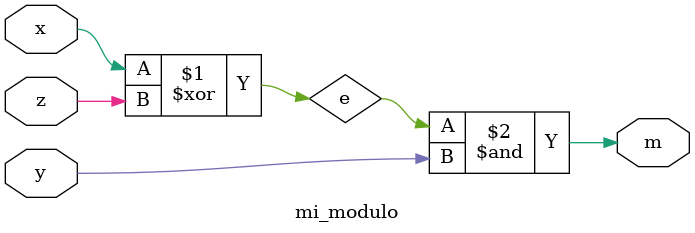
<source format=v>
`timescale 1ns / 100ps

module mi_modulo(
    input x,
    input y,
    input z,
    output m);
    wire e;
    xor g1(e,x,z);
    and g2(m,e,y);
    
endmodule

</source>
